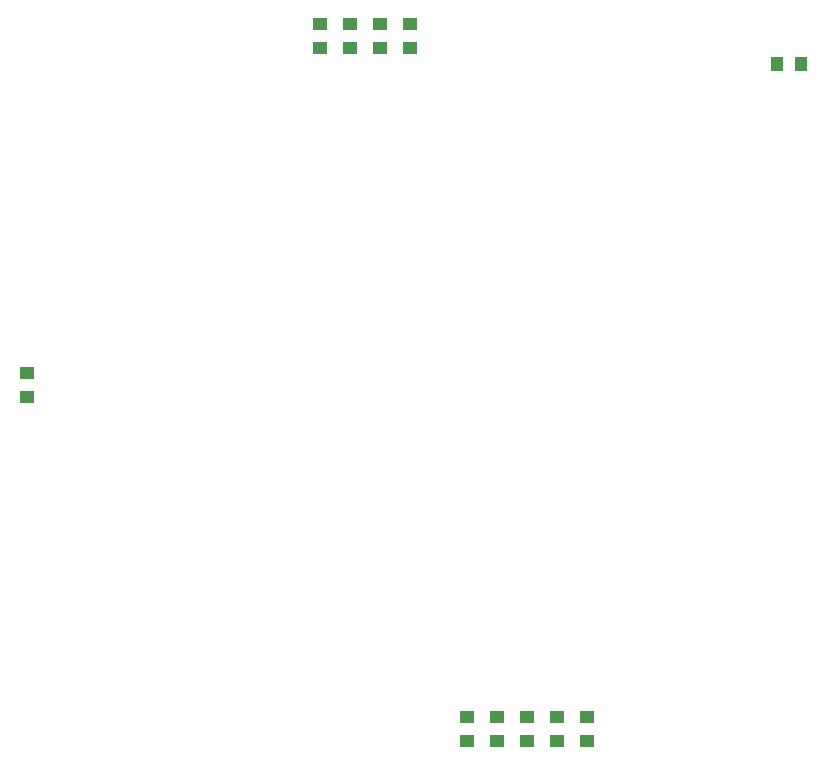
<source format=gtp>
G04 Layer_Color=8421504*
%FSLAX25Y25*%
%MOIN*%
G70*
G01*
G75*
%ADD10R,0.05000X0.04000*%
%ADD11R,0.04000X0.05000*%
D10*
X-210500Y71000D02*
D03*
Y63000D02*
D03*
X-180500Y71000D02*
D03*
Y63000D02*
D03*
X-190500Y71000D02*
D03*
Y63000D02*
D03*
X-200500Y71000D02*
D03*
Y63000D02*
D03*
X-220500Y71000D02*
D03*
Y63000D02*
D03*
X-239500Y294000D02*
D03*
Y302000D02*
D03*
X-249500Y294000D02*
D03*
Y302000D02*
D03*
X-269500Y294000D02*
D03*
Y302000D02*
D03*
X-259500Y294000D02*
D03*
Y302000D02*
D03*
X-367000Y185500D02*
D03*
Y177500D02*
D03*
D11*
X-117000Y288500D02*
D03*
X-109000D02*
D03*
M02*

</source>
